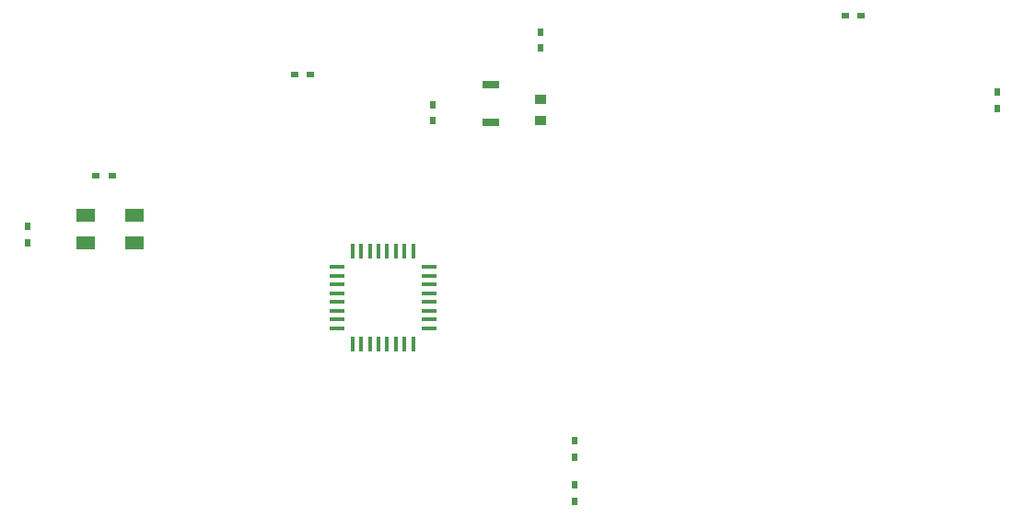
<source format=gtp>
G04 #@! TF.FileFunction,Paste,Top*
%FSLAX46Y46*%
G04 Gerber Fmt 4.6, Leading zero omitted, Abs format (unit mm)*
G04 Created by KiCad (PCBNEW 4.0.6) date Sat Aug 26 00:36:03 2017*
%MOMM*%
%LPD*%
G01*
G04 APERTURE LIST*
%ADD10C,0.100000*%
%ADD11R,1.447600X0.397600*%
%ADD12R,0.397600X1.447600*%
%ADD13R,0.597600X0.647600*%
%ADD14R,0.647600X0.597600*%
%ADD15R,1.097600X0.847600*%
%ADD16R,1.547600X0.647600*%
%ADD17R,1.752600X1.244600*%
G04 APERTURE END LIST*
D10*
D11*
X162374000Y-79496000D03*
X162374000Y-80296000D03*
X162374000Y-81096000D03*
X162374000Y-81896000D03*
X162374000Y-82696000D03*
X162374000Y-83496000D03*
X162374000Y-84296000D03*
X162374000Y-85096000D03*
D12*
X163824000Y-86546000D03*
X164624000Y-86546000D03*
X165424000Y-86546000D03*
X166224000Y-86546000D03*
X167024000Y-86546000D03*
X167824000Y-86546000D03*
X168624000Y-86546000D03*
X169424000Y-86546000D03*
D11*
X170874000Y-85096000D03*
X170874000Y-84296000D03*
X170874000Y-83496000D03*
X170874000Y-82696000D03*
X170874000Y-81896000D03*
X170874000Y-81096000D03*
X170874000Y-80296000D03*
X170874000Y-79496000D03*
D12*
X169424000Y-78046000D03*
X168624000Y-78046000D03*
X167824000Y-78046000D03*
X167024000Y-78046000D03*
X166224000Y-78046000D03*
X165424000Y-78046000D03*
X164624000Y-78046000D03*
X163824000Y-78046000D03*
D13*
X171196000Y-66028000D03*
X171196000Y-64528000D03*
D14*
X141720000Y-71060000D03*
X140220000Y-71060000D03*
D13*
X133970000Y-77220000D03*
X133970000Y-75720000D03*
X181102000Y-59342720D03*
X181102000Y-57842720D03*
D14*
X159992760Y-61798200D03*
X158492760Y-61798200D03*
X209114960Y-56347360D03*
X210614960Y-56347360D03*
D13*
X223090740Y-64902780D03*
X223090740Y-63402780D03*
X184244200Y-95485600D03*
X184244200Y-96985600D03*
D15*
X181102000Y-64024000D03*
X181102000Y-66024000D03*
D13*
X184299600Y-101035200D03*
X184299600Y-99535200D03*
D16*
X176530000Y-66138000D03*
X176530000Y-62738000D03*
D17*
X139305600Y-77223200D03*
X143776000Y-77223200D03*
X139305600Y-74734000D03*
X143776000Y-74734000D03*
M02*

</source>
